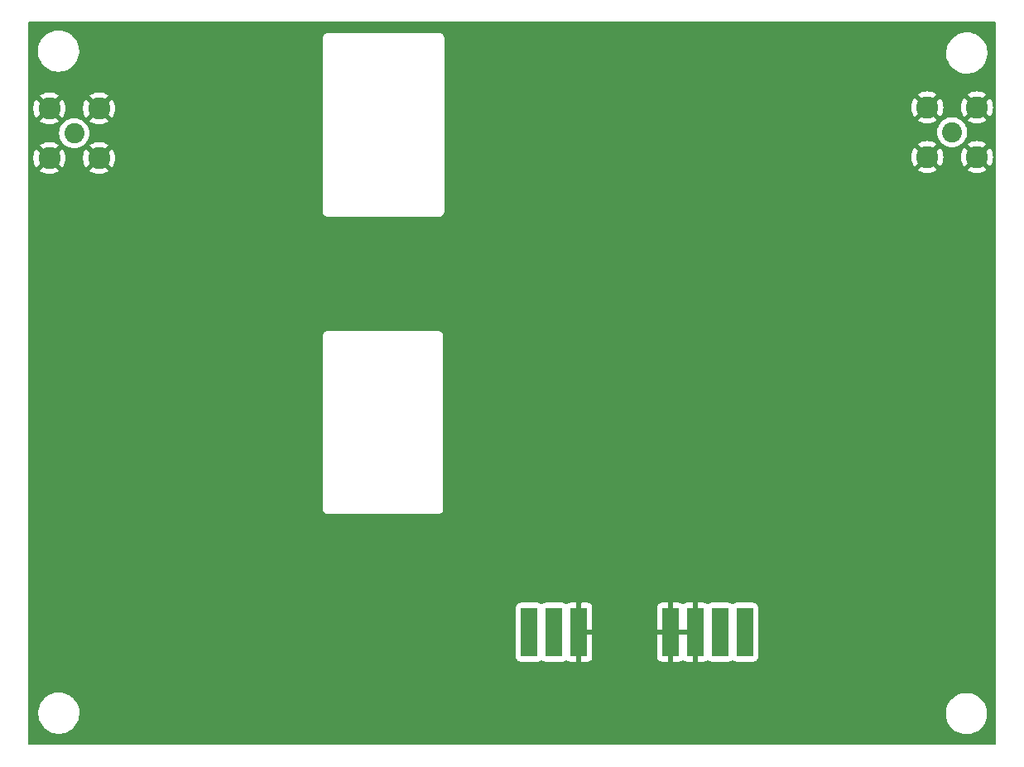
<source format=gbr>
%TF.GenerationSoftware,KiCad,Pcbnew,(6.0.1)*%
%TF.CreationDate,2022-01-26T11:25:13+01:00*%
%TF.ProjectId,MUNIN 100,4d554e49-4e20-4313-9030-2e6b69636164,0*%
%TF.SameCoordinates,Original*%
%TF.FileFunction,Copper,L2,Bot*%
%TF.FilePolarity,Positive*%
%FSLAX46Y46*%
G04 Gerber Fmt 4.6, Leading zero omitted, Abs format (unit mm)*
G04 Created by KiCad (PCBNEW (6.0.1)) date 2022-01-26 11:25:13*
%MOMM*%
%LPD*%
G01*
G04 APERTURE LIST*
%TA.AperFunction,ComponentPad*%
%ADD10C,2.050000*%
%TD*%
%TA.AperFunction,ComponentPad*%
%ADD11C,2.250000*%
%TD*%
%TA.AperFunction,ComponentPad*%
%ADD12R,1.700000X5.000000*%
%TD*%
%TA.AperFunction,ViaPad*%
%ADD13C,0.800000*%
%TD*%
G04 APERTURE END LIST*
D10*
%TO.P,J2,1,In*%
%TO.N,Net-(J2-Pad1)*%
X140700000Y-89300000D03*
D11*
%TO.P,J2,2,Ext*%
%TO.N,GND*%
X138160000Y-91840000D03*
X143240000Y-91840000D03*
X138160000Y-86760000D03*
X143240000Y-86760000D03*
%TD*%
D10*
%TO.P,J1,1,In*%
%TO.N,Net-(J1-Pad1)*%
X50900000Y-89400000D03*
D11*
%TO.P,J1,2,Ext*%
%TO.N,GND*%
X53440000Y-86860000D03*
X48360000Y-86860000D03*
X53440000Y-91940000D03*
X48360000Y-91940000D03*
%TD*%
D12*
%TO.P,J3,1,Pin_1*%
%TO.N,GND*%
X102525000Y-140462500D03*
%TO.P,J3,2,Pin_2*%
%TO.N,Net-(D1-Pad1)*%
X99985000Y-140462500D03*
%TO.P,J3,3,Pin_3*%
%TO.N,Net-(J3-Pad3)*%
X97445000Y-140462500D03*
%TD*%
%TO.P,J4,1,Pin_1*%
%TO.N,Net-(C21-Pad1)*%
X119500000Y-140462500D03*
%TO.P,J4,2,Pin_2*%
X116960000Y-140462500D03*
%TO.P,J4,3,Pin_3*%
%TO.N,GND*%
X114420000Y-140462500D03*
%TO.P,J4,4,Pin_4*%
X111880000Y-140462500D03*
%TD*%
D13*
%TO.N,GND*%
X113200000Y-125000000D03*
X113100000Y-121700000D03*
X109700000Y-124900000D03*
X109300000Y-121700000D03*
X114000000Y-123300000D03*
X129900000Y-125200000D03*
X132200000Y-125200000D03*
X143700000Y-129100000D03*
X143400000Y-139900000D03*
X136200000Y-137700000D03*
X136100000Y-131800000D03*
X140600000Y-139800000D03*
X136200000Y-134500000D03*
X140600000Y-129200000D03*
X63600000Y-145800000D03*
X137000000Y-108600000D03*
X140600000Y-105200000D03*
X63200000Y-106900000D03*
X57200000Y-147200000D03*
X122428000Y-142472000D03*
X58600000Y-121100000D03*
X94400000Y-139000000D03*
X68100000Y-128000000D03*
X48300000Y-105900000D03*
X63900000Y-138200000D03*
X63400000Y-124700000D03*
X82600000Y-100167500D03*
X121600000Y-131700000D03*
X82600000Y-102700000D03*
X82600000Y-98600000D03*
X144500000Y-108600000D03*
X111300000Y-121700000D03*
X111400000Y-125000000D03*
X65100000Y-112500000D03*
X67800000Y-126100000D03*
X96000000Y-126000000D03*
X96500000Y-131200000D03*
X82600000Y-108700000D03*
X124600000Y-144200000D03*
X67000000Y-124300000D03*
X66100000Y-121200000D03*
X63000000Y-101500000D03*
X109700000Y-128900000D03*
X56900000Y-145200000D03*
X82600000Y-104700000D03*
X82600000Y-107332500D03*
X140800000Y-111900000D03*
X108700000Y-123400000D03*
X95300000Y-130500000D03*
X112300000Y-129800000D03*
X57600000Y-111500000D03*
%TD*%
%TA.AperFunction,Conductor*%
%TO.N,GND*%
G36*
X145134121Y-78028002D02*
G01*
X145180614Y-78081658D01*
X145192000Y-78134000D01*
X145192000Y-151866000D01*
X145171998Y-151934121D01*
X145118342Y-151980614D01*
X145066000Y-151992000D01*
X46334000Y-151992000D01*
X46265879Y-151971998D01*
X46219386Y-151918342D01*
X46208000Y-151866000D01*
X46208000Y-148875103D01*
X47217543Y-148875103D01*
X47255068Y-149160134D01*
X47330929Y-149437436D01*
X47443723Y-149701876D01*
X47591361Y-149948561D01*
X47771113Y-150172928D01*
X47979651Y-150370823D01*
X48213117Y-150538586D01*
X48216912Y-150540595D01*
X48216913Y-150540596D01*
X48238669Y-150552115D01*
X48467192Y-150673112D01*
X48737173Y-150771911D01*
X49018064Y-150833155D01*
X49046641Y-150835404D01*
X49241082Y-150850707D01*
X49241091Y-150850707D01*
X49243539Y-150850900D01*
X49399071Y-150850900D01*
X49401207Y-150850754D01*
X49401218Y-150850754D01*
X49609348Y-150836565D01*
X49609354Y-150836564D01*
X49613625Y-150836273D01*
X49617820Y-150835404D01*
X49617822Y-150835404D01*
X49754383Y-150807124D01*
X49895142Y-150777974D01*
X50166143Y-150682007D01*
X50421612Y-150550150D01*
X50425113Y-150547689D01*
X50425117Y-150547687D01*
X50608685Y-150418673D01*
X50656823Y-150384841D01*
X50735203Y-150312006D01*
X50864279Y-150192061D01*
X50864281Y-150192058D01*
X50867422Y-150189140D01*
X51049513Y-149966668D01*
X51199727Y-149721542D01*
X51315283Y-149458298D01*
X51394044Y-149181806D01*
X51430464Y-148925903D01*
X140054543Y-148925903D01*
X140092068Y-149210934D01*
X140167929Y-149488236D01*
X140280723Y-149752676D01*
X140292493Y-149772342D01*
X140408795Y-149966668D01*
X140428361Y-149999361D01*
X140608113Y-150223728D01*
X140625197Y-150239940D01*
X140765757Y-150373326D01*
X140816651Y-150421623D01*
X141050117Y-150589386D01*
X141053912Y-150591395D01*
X141053913Y-150591396D01*
X141075669Y-150602915D01*
X141304192Y-150723912D01*
X141574173Y-150822711D01*
X141855064Y-150883955D01*
X141883641Y-150886204D01*
X142078082Y-150901507D01*
X142078091Y-150901507D01*
X142080539Y-150901700D01*
X142236071Y-150901700D01*
X142238207Y-150901554D01*
X142238218Y-150901554D01*
X142446348Y-150887365D01*
X142446354Y-150887364D01*
X142450625Y-150887073D01*
X142454820Y-150886204D01*
X142454822Y-150886204D01*
X142695930Y-150836273D01*
X142732142Y-150828774D01*
X143003143Y-150732807D01*
X143258612Y-150600950D01*
X143262113Y-150598489D01*
X143262117Y-150598487D01*
X143376218Y-150518295D01*
X143493823Y-150435641D01*
X143704422Y-150239940D01*
X143886513Y-150017468D01*
X144036727Y-149772342D01*
X144152283Y-149509098D01*
X144231044Y-149232606D01*
X144271551Y-148947984D01*
X144271645Y-148930151D01*
X144273035Y-148664783D01*
X144273035Y-148664776D01*
X144273057Y-148660497D01*
X144235532Y-148375466D01*
X144159671Y-148098164D01*
X144046877Y-147833724D01*
X143899239Y-147587039D01*
X143719487Y-147362672D01*
X143510949Y-147164777D01*
X143277483Y-146997014D01*
X143255643Y-146985450D01*
X143232454Y-146973172D01*
X143023408Y-146862488D01*
X142753427Y-146763689D01*
X142472536Y-146702445D01*
X142441485Y-146700001D01*
X142249518Y-146684893D01*
X142249509Y-146684893D01*
X142247061Y-146684700D01*
X142091529Y-146684700D01*
X142089393Y-146684846D01*
X142089382Y-146684846D01*
X141881252Y-146699035D01*
X141881246Y-146699036D01*
X141876975Y-146699327D01*
X141872780Y-146700196D01*
X141872778Y-146700196D01*
X141736216Y-146728477D01*
X141595458Y-146757626D01*
X141324457Y-146853593D01*
X141068988Y-146985450D01*
X141065487Y-146987911D01*
X141065483Y-146987913D01*
X141055394Y-146995004D01*
X140833777Y-147150759D01*
X140818692Y-147164777D01*
X140656803Y-147315214D01*
X140623178Y-147346460D01*
X140441087Y-147568932D01*
X140290873Y-147814058D01*
X140175317Y-148077302D01*
X140096556Y-148353794D01*
X140056049Y-148638416D01*
X140056027Y-148642705D01*
X140056026Y-148642712D01*
X140054693Y-148897184D01*
X140054543Y-148925903D01*
X51430464Y-148925903D01*
X51434551Y-148897184D01*
X51434645Y-148879351D01*
X51436035Y-148613983D01*
X51436035Y-148613976D01*
X51436057Y-148609697D01*
X51398532Y-148324666D01*
X51322671Y-148047364D01*
X51209877Y-147782924D01*
X51090639Y-147583692D01*
X51064443Y-147539921D01*
X51064440Y-147539917D01*
X51062239Y-147536239D01*
X50882487Y-147311872D01*
X50727481Y-147164777D01*
X50677058Y-147116927D01*
X50677055Y-147116925D01*
X50673949Y-147113977D01*
X50440483Y-146946214D01*
X50418643Y-146934650D01*
X50282352Y-146862488D01*
X50186408Y-146811688D01*
X49916427Y-146712889D01*
X49635536Y-146651645D01*
X49604485Y-146649201D01*
X49412518Y-146634093D01*
X49412509Y-146634093D01*
X49410061Y-146633900D01*
X49254529Y-146633900D01*
X49252393Y-146634046D01*
X49252382Y-146634046D01*
X49044252Y-146648235D01*
X49044246Y-146648236D01*
X49039975Y-146648527D01*
X49035780Y-146649396D01*
X49035778Y-146649396D01*
X48899216Y-146677677D01*
X48758458Y-146706826D01*
X48487457Y-146802793D01*
X48231988Y-146934650D01*
X48228487Y-146937111D01*
X48228483Y-146937113D01*
X48218394Y-146944204D01*
X47996777Y-147099959D01*
X47786178Y-147295660D01*
X47604087Y-147518132D01*
X47453873Y-147763258D01*
X47338317Y-148026502D01*
X47259556Y-148302994D01*
X47219049Y-148587616D01*
X47219027Y-148591905D01*
X47219026Y-148591912D01*
X47217565Y-148870817D01*
X47217543Y-148875103D01*
X46208000Y-148875103D01*
X46208000Y-143010634D01*
X96086500Y-143010634D01*
X96093255Y-143072816D01*
X96144385Y-143209205D01*
X96231739Y-143325761D01*
X96348295Y-143413115D01*
X96484684Y-143464245D01*
X96546866Y-143471000D01*
X98343134Y-143471000D01*
X98405316Y-143464245D01*
X98541705Y-143413115D01*
X98639436Y-143339870D01*
X98705941Y-143315022D01*
X98775324Y-143330075D01*
X98790562Y-143339868D01*
X98888295Y-143413115D01*
X99024684Y-143464245D01*
X99086866Y-143471000D01*
X100883134Y-143471000D01*
X100945316Y-143464245D01*
X101081705Y-143413115D01*
X101148677Y-143362922D01*
X101179852Y-143339558D01*
X101246358Y-143314710D01*
X101315741Y-143329763D01*
X101330982Y-143339558D01*
X101421351Y-143407286D01*
X101436946Y-143415824D01*
X101557394Y-143460978D01*
X101572649Y-143464605D01*
X101623514Y-143470131D01*
X101630328Y-143470500D01*
X102252885Y-143470500D01*
X102268124Y-143466025D01*
X102269329Y-143464635D01*
X102271000Y-143456952D01*
X102271000Y-143452384D01*
X102779000Y-143452384D01*
X102783475Y-143467623D01*
X102784865Y-143468828D01*
X102792548Y-143470499D01*
X103419669Y-143470499D01*
X103426490Y-143470129D01*
X103477352Y-143464605D01*
X103492604Y-143460979D01*
X103613054Y-143415824D01*
X103628649Y-143407286D01*
X103730724Y-143330785D01*
X103743285Y-143318224D01*
X103819786Y-143216149D01*
X103828324Y-143200554D01*
X103873478Y-143080106D01*
X103877105Y-143064851D01*
X103882631Y-143013986D01*
X103883000Y-143007172D01*
X103883000Y-143007169D01*
X110522001Y-143007169D01*
X110522371Y-143013990D01*
X110527895Y-143064852D01*
X110531521Y-143080104D01*
X110576676Y-143200554D01*
X110585214Y-143216149D01*
X110661715Y-143318224D01*
X110674276Y-143330785D01*
X110776351Y-143407286D01*
X110791946Y-143415824D01*
X110912394Y-143460978D01*
X110927649Y-143464605D01*
X110978514Y-143470131D01*
X110985328Y-143470500D01*
X111607885Y-143470500D01*
X111623124Y-143466025D01*
X111624329Y-143464635D01*
X111626000Y-143456952D01*
X111626000Y-143452384D01*
X112134000Y-143452384D01*
X112138475Y-143467623D01*
X112139865Y-143468828D01*
X112147548Y-143470499D01*
X112774669Y-143470499D01*
X112781490Y-143470129D01*
X112832352Y-143464605D01*
X112847604Y-143460979D01*
X112968054Y-143415824D01*
X112983644Y-143407289D01*
X113074435Y-143339245D01*
X113140942Y-143314398D01*
X113210324Y-143329451D01*
X113225565Y-143339245D01*
X113316356Y-143407289D01*
X113331946Y-143415824D01*
X113452394Y-143460978D01*
X113467649Y-143464605D01*
X113518514Y-143470131D01*
X113525328Y-143470500D01*
X114147885Y-143470500D01*
X114163124Y-143466025D01*
X114164329Y-143464635D01*
X114166000Y-143456952D01*
X114166000Y-143452384D01*
X114674000Y-143452384D01*
X114678475Y-143467623D01*
X114679865Y-143468828D01*
X114687548Y-143470499D01*
X115314669Y-143470499D01*
X115321490Y-143470129D01*
X115372352Y-143464605D01*
X115387604Y-143460979D01*
X115508054Y-143415824D01*
X115523649Y-143407286D01*
X115614018Y-143339558D01*
X115680525Y-143314710D01*
X115749907Y-143329763D01*
X115765148Y-143339558D01*
X115796323Y-143362922D01*
X115863295Y-143413115D01*
X115999684Y-143464245D01*
X116061866Y-143471000D01*
X117858134Y-143471000D01*
X117920316Y-143464245D01*
X118056705Y-143413115D01*
X118154436Y-143339870D01*
X118220941Y-143315022D01*
X118290324Y-143330075D01*
X118305562Y-143339868D01*
X118403295Y-143413115D01*
X118539684Y-143464245D01*
X118601866Y-143471000D01*
X120398134Y-143471000D01*
X120460316Y-143464245D01*
X120596705Y-143413115D01*
X120713261Y-143325761D01*
X120800615Y-143209205D01*
X120851745Y-143072816D01*
X120858500Y-143010634D01*
X120858500Y-137914366D01*
X120851745Y-137852184D01*
X120800615Y-137715795D01*
X120713261Y-137599239D01*
X120596705Y-137511885D01*
X120460316Y-137460755D01*
X120398134Y-137454000D01*
X118601866Y-137454000D01*
X118539684Y-137460755D01*
X118403295Y-137511885D01*
X118305565Y-137585130D01*
X118239059Y-137609978D01*
X118169676Y-137594925D01*
X118154435Y-137585130D01*
X118056705Y-137511885D01*
X117920316Y-137460755D01*
X117858134Y-137454000D01*
X116061866Y-137454000D01*
X115999684Y-137460755D01*
X115863295Y-137511885D01*
X115796323Y-137562078D01*
X115765148Y-137585442D01*
X115698642Y-137610290D01*
X115629259Y-137595237D01*
X115614018Y-137585442D01*
X115523649Y-137517714D01*
X115508054Y-137509176D01*
X115387606Y-137464022D01*
X115372351Y-137460395D01*
X115321486Y-137454869D01*
X115314672Y-137454500D01*
X114692115Y-137454500D01*
X114676876Y-137458975D01*
X114675671Y-137460365D01*
X114674000Y-137468048D01*
X114674000Y-143452384D01*
X114166000Y-143452384D01*
X114166000Y-140734615D01*
X114161525Y-140719376D01*
X114160135Y-140718171D01*
X114152452Y-140716500D01*
X112152115Y-140716500D01*
X112136876Y-140720975D01*
X112135671Y-140722365D01*
X112134000Y-140730048D01*
X112134000Y-143452384D01*
X111626000Y-143452384D01*
X111626000Y-140734615D01*
X111621525Y-140719376D01*
X111620135Y-140718171D01*
X111612452Y-140716500D01*
X110540116Y-140716500D01*
X110524877Y-140720975D01*
X110523672Y-140722365D01*
X110522001Y-140730048D01*
X110522001Y-143007169D01*
X103883000Y-143007169D01*
X103883000Y-140734615D01*
X103878525Y-140719376D01*
X103877135Y-140718171D01*
X103869452Y-140716500D01*
X102797115Y-140716500D01*
X102781876Y-140720975D01*
X102780671Y-140722365D01*
X102779000Y-140730048D01*
X102779000Y-143452384D01*
X102271000Y-143452384D01*
X102271000Y-140190385D01*
X102779000Y-140190385D01*
X102783475Y-140205624D01*
X102784865Y-140206829D01*
X102792548Y-140208500D01*
X103864884Y-140208500D01*
X103880123Y-140204025D01*
X103881328Y-140202635D01*
X103882999Y-140194952D01*
X103882999Y-140190385D01*
X110522000Y-140190385D01*
X110526475Y-140205624D01*
X110527865Y-140206829D01*
X110535548Y-140208500D01*
X111607885Y-140208500D01*
X111623124Y-140204025D01*
X111624329Y-140202635D01*
X111626000Y-140194952D01*
X111626000Y-140190385D01*
X112134000Y-140190385D01*
X112138475Y-140205624D01*
X112139865Y-140206829D01*
X112147548Y-140208500D01*
X114147885Y-140208500D01*
X114163124Y-140204025D01*
X114164329Y-140202635D01*
X114166000Y-140194952D01*
X114166000Y-137472616D01*
X114161525Y-137457377D01*
X114160135Y-137456172D01*
X114152452Y-137454501D01*
X113525331Y-137454501D01*
X113518510Y-137454871D01*
X113467648Y-137460395D01*
X113452396Y-137464021D01*
X113331946Y-137509176D01*
X113316356Y-137517711D01*
X113225565Y-137585755D01*
X113159058Y-137610602D01*
X113089676Y-137595549D01*
X113074435Y-137585755D01*
X112983644Y-137517711D01*
X112968054Y-137509176D01*
X112847606Y-137464022D01*
X112832351Y-137460395D01*
X112781486Y-137454869D01*
X112774672Y-137454500D01*
X112152115Y-137454500D01*
X112136876Y-137458975D01*
X112135671Y-137460365D01*
X112134000Y-137468048D01*
X112134000Y-140190385D01*
X111626000Y-140190385D01*
X111626000Y-137472616D01*
X111621525Y-137457377D01*
X111620135Y-137456172D01*
X111612452Y-137454501D01*
X110985331Y-137454501D01*
X110978510Y-137454871D01*
X110927648Y-137460395D01*
X110912396Y-137464021D01*
X110791946Y-137509176D01*
X110776351Y-137517714D01*
X110674276Y-137594215D01*
X110661715Y-137606776D01*
X110585214Y-137708851D01*
X110576676Y-137724446D01*
X110531522Y-137844894D01*
X110527895Y-137860149D01*
X110522369Y-137911014D01*
X110522000Y-137917828D01*
X110522000Y-140190385D01*
X103882999Y-140190385D01*
X103882999Y-137917831D01*
X103882629Y-137911010D01*
X103877105Y-137860148D01*
X103873479Y-137844896D01*
X103828324Y-137724446D01*
X103819786Y-137708851D01*
X103743285Y-137606776D01*
X103730724Y-137594215D01*
X103628649Y-137517714D01*
X103613054Y-137509176D01*
X103492606Y-137464022D01*
X103477351Y-137460395D01*
X103426486Y-137454869D01*
X103419672Y-137454500D01*
X102797115Y-137454500D01*
X102781876Y-137458975D01*
X102780671Y-137460365D01*
X102779000Y-137468048D01*
X102779000Y-140190385D01*
X102271000Y-140190385D01*
X102271000Y-137472616D01*
X102266525Y-137457377D01*
X102265135Y-137456172D01*
X102257452Y-137454501D01*
X101630331Y-137454501D01*
X101623510Y-137454871D01*
X101572648Y-137460395D01*
X101557396Y-137464021D01*
X101436946Y-137509176D01*
X101421351Y-137517714D01*
X101330982Y-137585442D01*
X101264475Y-137610290D01*
X101195093Y-137595237D01*
X101179852Y-137585442D01*
X101148677Y-137562078D01*
X101081705Y-137511885D01*
X100945316Y-137460755D01*
X100883134Y-137454000D01*
X99086866Y-137454000D01*
X99024684Y-137460755D01*
X98888295Y-137511885D01*
X98790565Y-137585130D01*
X98724059Y-137609978D01*
X98654676Y-137594925D01*
X98639435Y-137585130D01*
X98541705Y-137511885D01*
X98405316Y-137460755D01*
X98343134Y-137454000D01*
X96546866Y-137454000D01*
X96484684Y-137460755D01*
X96348295Y-137511885D01*
X96231739Y-137599239D01*
X96144385Y-137715795D01*
X96093255Y-137852184D01*
X96086500Y-137914366D01*
X96086500Y-143010634D01*
X46208000Y-143010634D01*
X46208000Y-127933252D01*
X76326524Y-127933252D01*
X76328990Y-127941881D01*
X76328991Y-127941886D01*
X76334639Y-127961648D01*
X76338217Y-127978409D01*
X76341130Y-127998752D01*
X76341133Y-127998762D01*
X76342405Y-128007645D01*
X76353021Y-128030995D01*
X76359464Y-128048507D01*
X76366512Y-128073165D01*
X76382274Y-128098148D01*
X76390404Y-128113214D01*
X76402633Y-128140110D01*
X76419374Y-128159539D01*
X76430479Y-128174547D01*
X76444160Y-128196231D01*
X76450888Y-128202173D01*
X76466296Y-128215781D01*
X76478340Y-128227973D01*
X76497619Y-128250347D01*
X76505147Y-128255226D01*
X76505150Y-128255229D01*
X76519139Y-128264296D01*
X76534013Y-128275586D01*
X76553228Y-128292556D01*
X76561354Y-128296371D01*
X76561355Y-128296372D01*
X76567021Y-128299032D01*
X76579966Y-128305110D01*
X76594935Y-128313424D01*
X76619727Y-128329493D01*
X76636650Y-128334554D01*
X76644290Y-128336839D01*
X76661736Y-128343501D01*
X76684948Y-128354399D01*
X76714130Y-128358943D01*
X76730849Y-128362726D01*
X76750536Y-128368614D01*
X76750539Y-128368615D01*
X76759141Y-128371187D01*
X76768116Y-128371242D01*
X76768117Y-128371242D01*
X76774810Y-128371283D01*
X76793556Y-128371397D01*
X76794328Y-128371430D01*
X76795423Y-128371600D01*
X76826298Y-128371600D01*
X76827068Y-128371602D01*
X76900716Y-128372052D01*
X76900717Y-128372052D01*
X76904652Y-128372076D01*
X76905996Y-128371692D01*
X76907341Y-128371600D01*
X88129298Y-128371600D01*
X88130069Y-128371602D01*
X88207652Y-128372076D01*
X88216281Y-128369610D01*
X88216286Y-128369609D01*
X88236048Y-128363961D01*
X88252809Y-128360383D01*
X88273152Y-128357470D01*
X88273162Y-128357467D01*
X88282045Y-128356195D01*
X88305395Y-128345579D01*
X88322907Y-128339136D01*
X88338937Y-128334554D01*
X88347565Y-128332088D01*
X88372548Y-128316326D01*
X88387614Y-128308196D01*
X88414510Y-128295967D01*
X88433939Y-128279226D01*
X88448947Y-128268121D01*
X88463039Y-128259230D01*
X88470631Y-128254440D01*
X88490182Y-128232303D01*
X88502374Y-128220259D01*
X88517949Y-128206839D01*
X88517950Y-128206837D01*
X88524747Y-128200981D01*
X88529626Y-128193453D01*
X88529629Y-128193450D01*
X88538696Y-128179461D01*
X88549986Y-128164587D01*
X88561012Y-128152102D01*
X88566956Y-128145372D01*
X88579510Y-128118634D01*
X88587824Y-128103665D01*
X88603893Y-128078873D01*
X88611239Y-128054309D01*
X88617901Y-128036864D01*
X88624983Y-128021779D01*
X88628799Y-128013652D01*
X88633343Y-127984470D01*
X88637126Y-127967751D01*
X88643014Y-127948064D01*
X88643015Y-127948061D01*
X88645587Y-127939459D01*
X88645797Y-127905044D01*
X88645830Y-127904272D01*
X88646000Y-127903177D01*
X88646000Y-127872302D01*
X88646002Y-127871532D01*
X88646452Y-127797884D01*
X88646452Y-127797883D01*
X88646476Y-127793948D01*
X88646092Y-127792604D01*
X88646000Y-127791259D01*
X88646000Y-110168502D01*
X88646002Y-110167732D01*
X88646421Y-110099122D01*
X88646476Y-110090148D01*
X88644010Y-110081519D01*
X88644009Y-110081514D01*
X88638361Y-110061752D01*
X88634783Y-110044991D01*
X88631870Y-110024648D01*
X88631867Y-110024638D01*
X88630595Y-110015755D01*
X88619979Y-109992405D01*
X88613536Y-109974893D01*
X88608954Y-109958863D01*
X88606488Y-109950235D01*
X88590726Y-109925252D01*
X88582596Y-109910186D01*
X88570367Y-109883290D01*
X88553626Y-109863861D01*
X88542521Y-109848853D01*
X88533630Y-109834761D01*
X88528840Y-109827169D01*
X88506703Y-109807618D01*
X88494659Y-109795426D01*
X88481239Y-109779851D01*
X88481237Y-109779850D01*
X88475381Y-109773053D01*
X88467853Y-109768174D01*
X88467850Y-109768171D01*
X88453861Y-109759104D01*
X88438987Y-109747814D01*
X88426502Y-109736788D01*
X88419772Y-109730844D01*
X88411646Y-109727029D01*
X88411645Y-109727028D01*
X88405979Y-109724368D01*
X88393034Y-109718290D01*
X88378065Y-109709976D01*
X88353273Y-109693907D01*
X88328709Y-109686561D01*
X88311264Y-109679899D01*
X88306827Y-109677816D01*
X88288052Y-109669001D01*
X88258870Y-109664457D01*
X88242151Y-109660674D01*
X88222464Y-109654786D01*
X88222461Y-109654785D01*
X88213859Y-109652213D01*
X88204884Y-109652158D01*
X88204883Y-109652158D01*
X88198190Y-109652117D01*
X88179444Y-109652003D01*
X88178672Y-109651970D01*
X88177577Y-109651800D01*
X88146702Y-109651800D01*
X88145932Y-109651798D01*
X88072284Y-109651348D01*
X88072283Y-109651348D01*
X88068348Y-109651324D01*
X88067004Y-109651708D01*
X88065659Y-109651800D01*
X76843702Y-109651800D01*
X76842932Y-109651798D01*
X76842078Y-109651793D01*
X76765348Y-109651324D01*
X76756719Y-109653790D01*
X76756714Y-109653791D01*
X76736952Y-109659439D01*
X76720191Y-109663017D01*
X76699848Y-109665930D01*
X76699838Y-109665933D01*
X76690955Y-109667205D01*
X76667605Y-109677821D01*
X76650093Y-109684264D01*
X76642057Y-109686561D01*
X76625435Y-109691312D01*
X76600452Y-109707074D01*
X76585386Y-109715204D01*
X76558490Y-109727433D01*
X76539061Y-109744174D01*
X76524053Y-109755279D01*
X76502369Y-109768960D01*
X76496427Y-109775688D01*
X76482819Y-109791096D01*
X76470627Y-109803140D01*
X76448253Y-109822419D01*
X76443374Y-109829947D01*
X76443371Y-109829950D01*
X76434304Y-109843939D01*
X76423014Y-109858813D01*
X76406044Y-109878028D01*
X76393490Y-109904766D01*
X76385176Y-109919735D01*
X76369107Y-109944527D01*
X76366535Y-109953127D01*
X76361761Y-109969090D01*
X76355099Y-109986536D01*
X76344201Y-110009748D01*
X76339658Y-110038928D01*
X76335874Y-110055649D01*
X76329986Y-110075336D01*
X76329985Y-110075339D01*
X76327413Y-110083941D01*
X76327358Y-110092916D01*
X76327358Y-110092917D01*
X76327203Y-110118346D01*
X76327170Y-110119128D01*
X76327000Y-110120223D01*
X76327000Y-110151098D01*
X76326998Y-110151868D01*
X76326524Y-110229452D01*
X76326908Y-110230796D01*
X76327000Y-110232141D01*
X76327000Y-127854898D01*
X76326998Y-127855668D01*
X76326524Y-127933252D01*
X46208000Y-127933252D01*
X46208000Y-97504052D01*
X76326524Y-97504052D01*
X76328990Y-97512681D01*
X76328991Y-97512686D01*
X76334639Y-97532448D01*
X76338217Y-97549209D01*
X76341130Y-97569552D01*
X76341133Y-97569562D01*
X76342405Y-97578445D01*
X76353021Y-97601795D01*
X76359464Y-97619307D01*
X76366512Y-97643965D01*
X76382274Y-97668948D01*
X76390404Y-97684014D01*
X76402633Y-97710910D01*
X76419374Y-97730339D01*
X76430479Y-97745347D01*
X76444160Y-97767031D01*
X76450888Y-97772973D01*
X76466296Y-97786581D01*
X76478340Y-97798773D01*
X76497619Y-97821147D01*
X76505147Y-97826026D01*
X76505150Y-97826029D01*
X76519139Y-97835096D01*
X76534013Y-97846386D01*
X76553228Y-97863356D01*
X76561354Y-97867171D01*
X76561355Y-97867172D01*
X76567021Y-97869832D01*
X76579966Y-97875910D01*
X76594935Y-97884224D01*
X76619727Y-97900293D01*
X76636650Y-97905354D01*
X76644290Y-97907639D01*
X76661736Y-97914301D01*
X76684948Y-97925199D01*
X76714130Y-97929743D01*
X76730849Y-97933526D01*
X76750536Y-97939414D01*
X76750539Y-97939415D01*
X76759141Y-97941987D01*
X76768116Y-97942042D01*
X76768117Y-97942042D01*
X76774810Y-97942083D01*
X76793556Y-97942197D01*
X76794328Y-97942230D01*
X76795423Y-97942400D01*
X76826298Y-97942400D01*
X76827068Y-97942402D01*
X76900716Y-97942852D01*
X76900717Y-97942852D01*
X76904652Y-97942876D01*
X76905996Y-97942492D01*
X76907341Y-97942400D01*
X88230898Y-97942400D01*
X88231669Y-97942402D01*
X88309252Y-97942876D01*
X88317881Y-97940410D01*
X88317886Y-97940409D01*
X88337648Y-97934761D01*
X88354409Y-97931183D01*
X88374752Y-97928270D01*
X88374762Y-97928267D01*
X88383645Y-97926995D01*
X88406995Y-97916379D01*
X88424507Y-97909936D01*
X88440537Y-97905354D01*
X88449165Y-97902888D01*
X88474148Y-97887126D01*
X88489214Y-97878996D01*
X88516110Y-97866767D01*
X88535539Y-97850026D01*
X88550547Y-97838921D01*
X88564639Y-97830030D01*
X88572231Y-97825240D01*
X88591782Y-97803103D01*
X88603974Y-97791059D01*
X88619549Y-97777639D01*
X88619550Y-97777637D01*
X88626347Y-97771781D01*
X88631226Y-97764253D01*
X88631229Y-97764250D01*
X88640296Y-97750261D01*
X88651586Y-97735387D01*
X88662612Y-97722902D01*
X88668556Y-97716172D01*
X88681110Y-97689434D01*
X88689424Y-97674465D01*
X88705493Y-97649673D01*
X88712839Y-97625109D01*
X88719501Y-97607664D01*
X88726583Y-97592579D01*
X88730399Y-97584452D01*
X88734943Y-97555270D01*
X88738726Y-97538551D01*
X88744614Y-97518864D01*
X88744615Y-97518861D01*
X88747187Y-97510259D01*
X88747397Y-97475844D01*
X88747430Y-97475072D01*
X88747600Y-97473977D01*
X88747600Y-97443102D01*
X88747602Y-97442332D01*
X88748052Y-97368684D01*
X88748052Y-97368683D01*
X88748076Y-97364748D01*
X88747692Y-97363404D01*
X88747600Y-97362059D01*
X88747600Y-93164471D01*
X137200884Y-93164471D01*
X137204570Y-93169740D01*
X137412121Y-93296927D01*
X137420915Y-93301408D01*
X137649242Y-93395984D01*
X137658627Y-93399033D01*
X137898940Y-93456728D01*
X137908687Y-93458271D01*
X138155070Y-93477662D01*
X138164930Y-93477662D01*
X138411313Y-93458271D01*
X138421060Y-93456728D01*
X138661373Y-93399033D01*
X138670758Y-93395984D01*
X138899085Y-93301408D01*
X138907879Y-93296927D01*
X139113928Y-93170660D01*
X139117968Y-93164471D01*
X142280884Y-93164471D01*
X142284570Y-93169740D01*
X142492121Y-93296927D01*
X142500915Y-93301408D01*
X142729242Y-93395984D01*
X142738627Y-93399033D01*
X142978940Y-93456728D01*
X142988687Y-93458271D01*
X143235070Y-93477662D01*
X143244930Y-93477662D01*
X143491313Y-93458271D01*
X143501060Y-93456728D01*
X143741373Y-93399033D01*
X143750758Y-93395984D01*
X143979085Y-93301408D01*
X143987879Y-93296927D01*
X144193928Y-93170660D01*
X144199190Y-93162599D01*
X144193183Y-93152393D01*
X143252812Y-92212022D01*
X143238868Y-92204408D01*
X143237035Y-92204539D01*
X143230420Y-92208790D01*
X142288276Y-93150934D01*
X142280884Y-93164471D01*
X139117968Y-93164471D01*
X139119190Y-93162599D01*
X139113183Y-93152393D01*
X138172812Y-92212022D01*
X138158868Y-92204408D01*
X138157035Y-92204539D01*
X138150420Y-92208790D01*
X137208276Y-93150934D01*
X137200884Y-93164471D01*
X88747600Y-93164471D01*
X88747600Y-91844930D01*
X136522338Y-91844930D01*
X136541729Y-92091313D01*
X136543272Y-92101060D01*
X136600967Y-92341373D01*
X136604016Y-92350758D01*
X136698592Y-92579085D01*
X136703073Y-92587879D01*
X136829340Y-92793928D01*
X136837401Y-92799190D01*
X136847607Y-92793183D01*
X137787978Y-91852812D01*
X137794356Y-91841132D01*
X138524408Y-91841132D01*
X138524539Y-91842965D01*
X138528790Y-91849580D01*
X139470934Y-92791724D01*
X139484471Y-92799116D01*
X139489740Y-92795430D01*
X139616927Y-92587879D01*
X139621408Y-92579085D01*
X139715984Y-92350758D01*
X139719033Y-92341373D01*
X139776728Y-92101060D01*
X139778271Y-92091313D01*
X139797662Y-91844930D01*
X141602338Y-91844930D01*
X141621729Y-92091313D01*
X141623272Y-92101060D01*
X141680967Y-92341373D01*
X141684016Y-92350758D01*
X141778592Y-92579085D01*
X141783073Y-92587879D01*
X141909340Y-92793928D01*
X141917401Y-92799190D01*
X141927607Y-92793183D01*
X142867978Y-91852812D01*
X142874356Y-91841132D01*
X143604408Y-91841132D01*
X143604539Y-91842965D01*
X143608790Y-91849580D01*
X144550934Y-92791724D01*
X144564471Y-92799116D01*
X144569740Y-92795430D01*
X144696927Y-92587879D01*
X144701408Y-92579085D01*
X144795984Y-92350758D01*
X144799033Y-92341373D01*
X144856728Y-92101060D01*
X144858271Y-92091313D01*
X144877662Y-91844930D01*
X144877662Y-91835070D01*
X144858271Y-91588687D01*
X144856728Y-91578940D01*
X144799033Y-91338627D01*
X144795984Y-91329242D01*
X144701408Y-91100915D01*
X144696927Y-91092121D01*
X144570660Y-90886072D01*
X144562599Y-90880810D01*
X144552393Y-90886817D01*
X143612022Y-91827188D01*
X143604408Y-91841132D01*
X142874356Y-91841132D01*
X142875592Y-91838868D01*
X142875461Y-91837035D01*
X142871210Y-91830420D01*
X141929066Y-90888276D01*
X141915529Y-90880884D01*
X141910260Y-90884570D01*
X141783073Y-91092121D01*
X141778592Y-91100915D01*
X141684016Y-91329242D01*
X141680967Y-91338627D01*
X141623272Y-91578940D01*
X141621729Y-91588687D01*
X141602338Y-91835070D01*
X141602338Y-91844930D01*
X139797662Y-91844930D01*
X139797662Y-91835070D01*
X139778271Y-91588687D01*
X139776728Y-91578940D01*
X139719033Y-91338627D01*
X139715984Y-91329242D01*
X139621408Y-91100915D01*
X139616927Y-91092121D01*
X139490660Y-90886072D01*
X139482599Y-90880810D01*
X139472393Y-90886817D01*
X138532022Y-91827188D01*
X138524408Y-91841132D01*
X137794356Y-91841132D01*
X137795592Y-91838868D01*
X137795461Y-91837035D01*
X137791210Y-91830420D01*
X136849066Y-90888276D01*
X136835529Y-90880884D01*
X136830260Y-90884570D01*
X136703073Y-91092121D01*
X136698592Y-91100915D01*
X136604016Y-91329242D01*
X136600967Y-91338627D01*
X136543272Y-91578940D01*
X136541729Y-91588687D01*
X136522338Y-91835070D01*
X136522338Y-91844930D01*
X88747600Y-91844930D01*
X88747600Y-90517401D01*
X137200810Y-90517401D01*
X137206817Y-90527607D01*
X138147188Y-91467978D01*
X138161132Y-91475592D01*
X138162965Y-91475461D01*
X138169580Y-91471210D01*
X139111724Y-90529066D01*
X139119116Y-90515529D01*
X139115430Y-90510260D01*
X138907879Y-90383073D01*
X138899085Y-90378592D01*
X138670758Y-90284016D01*
X138661373Y-90280967D01*
X138421060Y-90223272D01*
X138411313Y-90221729D01*
X138164930Y-90202338D01*
X138155070Y-90202338D01*
X137908687Y-90221729D01*
X137898940Y-90223272D01*
X137658627Y-90280967D01*
X137649242Y-90284016D01*
X137420915Y-90378592D01*
X137412121Y-90383073D01*
X137206072Y-90509340D01*
X137200810Y-90517401D01*
X88747600Y-90517401D01*
X88747600Y-89300000D01*
X139161758Y-89300000D01*
X139180696Y-89540634D01*
X139181850Y-89545441D01*
X139181851Y-89545447D01*
X139217267Y-89692961D01*
X139237045Y-89775343D01*
X139329416Y-89998347D01*
X139455536Y-90204156D01*
X139612299Y-90387701D01*
X139795844Y-90544464D01*
X140001653Y-90670584D01*
X140006223Y-90672477D01*
X140006227Y-90672479D01*
X140220084Y-90761061D01*
X140224657Y-90762955D01*
X140307039Y-90782733D01*
X140454553Y-90818149D01*
X140454559Y-90818150D01*
X140459366Y-90819304D01*
X140700000Y-90838242D01*
X140940634Y-90819304D01*
X140945441Y-90818150D01*
X140945447Y-90818149D01*
X141092961Y-90782733D01*
X141175343Y-90762955D01*
X141179916Y-90761061D01*
X141393773Y-90672479D01*
X141393777Y-90672477D01*
X141398347Y-90670584D01*
X141604156Y-90544464D01*
X141635843Y-90517401D01*
X142280810Y-90517401D01*
X142286817Y-90527607D01*
X143227188Y-91467978D01*
X143241132Y-91475592D01*
X143242965Y-91475461D01*
X143249580Y-91471210D01*
X144191724Y-90529066D01*
X144199116Y-90515529D01*
X144195430Y-90510260D01*
X143987879Y-90383073D01*
X143979085Y-90378592D01*
X143750758Y-90284016D01*
X143741373Y-90280967D01*
X143501060Y-90223272D01*
X143491313Y-90221729D01*
X143244930Y-90202338D01*
X143235070Y-90202338D01*
X142988687Y-90221729D01*
X142978940Y-90223272D01*
X142738627Y-90280967D01*
X142729242Y-90284016D01*
X142500915Y-90378592D01*
X142492121Y-90383073D01*
X142286072Y-90509340D01*
X142280810Y-90517401D01*
X141635843Y-90517401D01*
X141787701Y-90387701D01*
X141944464Y-90204156D01*
X142070584Y-89998347D01*
X142162955Y-89775343D01*
X142182733Y-89692961D01*
X142218149Y-89545447D01*
X142218150Y-89545441D01*
X142219304Y-89540634D01*
X142238242Y-89300000D01*
X142219304Y-89059366D01*
X142218150Y-89054559D01*
X142218149Y-89054553D01*
X142164110Y-88829469D01*
X142162955Y-88824657D01*
X142113900Y-88706227D01*
X142072479Y-88606227D01*
X142072477Y-88606223D01*
X142070584Y-88601653D01*
X141944464Y-88395844D01*
X141787701Y-88212299D01*
X141638034Y-88084471D01*
X142280884Y-88084471D01*
X142284570Y-88089740D01*
X142492121Y-88216927D01*
X142500915Y-88221408D01*
X142729242Y-88315984D01*
X142738627Y-88319033D01*
X142978940Y-88376728D01*
X142988687Y-88378271D01*
X143235070Y-88397662D01*
X143244930Y-88397662D01*
X143491313Y-88378271D01*
X143501060Y-88376728D01*
X143741373Y-88319033D01*
X143750758Y-88315984D01*
X143979085Y-88221408D01*
X143987879Y-88216927D01*
X144193928Y-88090660D01*
X144199190Y-88082599D01*
X144193183Y-88072393D01*
X143252812Y-87132022D01*
X143238868Y-87124408D01*
X143237035Y-87124539D01*
X143230420Y-87128790D01*
X142288276Y-88070934D01*
X142280884Y-88084471D01*
X141638034Y-88084471D01*
X141604156Y-88055536D01*
X141398347Y-87929416D01*
X141393777Y-87927523D01*
X141393773Y-87927521D01*
X141179916Y-87838939D01*
X141179914Y-87838938D01*
X141175343Y-87837045D01*
X141085311Y-87815430D01*
X140945447Y-87781851D01*
X140945441Y-87781850D01*
X140940634Y-87780696D01*
X140700000Y-87761758D01*
X140459366Y-87780696D01*
X140454559Y-87781850D01*
X140454553Y-87781851D01*
X140314689Y-87815430D01*
X140224657Y-87837045D01*
X140220086Y-87838938D01*
X140220084Y-87838939D01*
X140006227Y-87927521D01*
X140006223Y-87927523D01*
X140001653Y-87929416D01*
X139795844Y-88055536D01*
X139612299Y-88212299D01*
X139455536Y-88395844D01*
X139329416Y-88601653D01*
X139327523Y-88606223D01*
X139327521Y-88606227D01*
X139286100Y-88706227D01*
X139237045Y-88824657D01*
X139235890Y-88829469D01*
X139181851Y-89054553D01*
X139181850Y-89054559D01*
X139180696Y-89059366D01*
X139161758Y-89300000D01*
X88747600Y-89300000D01*
X88747600Y-88084471D01*
X137200884Y-88084471D01*
X137204570Y-88089740D01*
X137412121Y-88216927D01*
X137420915Y-88221408D01*
X137649242Y-88315984D01*
X137658627Y-88319033D01*
X137898940Y-88376728D01*
X137908687Y-88378271D01*
X138155070Y-88397662D01*
X138164930Y-88397662D01*
X138411313Y-88378271D01*
X138421060Y-88376728D01*
X138661373Y-88319033D01*
X138670758Y-88315984D01*
X138899085Y-88221408D01*
X138907879Y-88216927D01*
X139113928Y-88090660D01*
X139119190Y-88082599D01*
X139113183Y-88072393D01*
X138172812Y-87132022D01*
X138158868Y-87124408D01*
X138157035Y-87124539D01*
X138150420Y-87128790D01*
X137208276Y-88070934D01*
X137200884Y-88084471D01*
X88747600Y-88084471D01*
X88747600Y-86764930D01*
X136522338Y-86764930D01*
X136541729Y-87011313D01*
X136543272Y-87021060D01*
X136600967Y-87261373D01*
X136604016Y-87270758D01*
X136698592Y-87499085D01*
X136703073Y-87507879D01*
X136829340Y-87713928D01*
X136837401Y-87719190D01*
X136847607Y-87713183D01*
X137787978Y-86772812D01*
X137794356Y-86761132D01*
X138524408Y-86761132D01*
X138524539Y-86762965D01*
X138528790Y-86769580D01*
X139470934Y-87711724D01*
X139484471Y-87719116D01*
X139489740Y-87715430D01*
X139616927Y-87507879D01*
X139621408Y-87499085D01*
X139715984Y-87270758D01*
X139719033Y-87261373D01*
X139776728Y-87021060D01*
X139778271Y-87011313D01*
X139797662Y-86764930D01*
X141602338Y-86764930D01*
X141621729Y-87011313D01*
X141623272Y-87021060D01*
X141680967Y-87261373D01*
X141684016Y-87270758D01*
X141778592Y-87499085D01*
X141783073Y-87507879D01*
X141909340Y-87713928D01*
X141917401Y-87719190D01*
X141927607Y-87713183D01*
X142867978Y-86772812D01*
X142874356Y-86761132D01*
X143604408Y-86761132D01*
X143604539Y-86762965D01*
X143608790Y-86769580D01*
X144550934Y-87711724D01*
X144564471Y-87719116D01*
X144569740Y-87715430D01*
X144696927Y-87507879D01*
X144701408Y-87499085D01*
X144795984Y-87270758D01*
X144799033Y-87261373D01*
X144856728Y-87021060D01*
X144858271Y-87011313D01*
X144877662Y-86764930D01*
X144877662Y-86755070D01*
X144858271Y-86508687D01*
X144856728Y-86498940D01*
X144799033Y-86258627D01*
X144795984Y-86249242D01*
X144701408Y-86020915D01*
X144696927Y-86012121D01*
X144570660Y-85806072D01*
X144562599Y-85800810D01*
X144552393Y-85806817D01*
X143612022Y-86747188D01*
X143604408Y-86761132D01*
X142874356Y-86761132D01*
X142875592Y-86758868D01*
X142875461Y-86757035D01*
X142871210Y-86750420D01*
X141929066Y-85808276D01*
X141915529Y-85800884D01*
X141910260Y-85804570D01*
X141783073Y-86012121D01*
X141778592Y-86020915D01*
X141684016Y-86249242D01*
X141680967Y-86258627D01*
X141623272Y-86498940D01*
X141621729Y-86508687D01*
X141602338Y-86755070D01*
X141602338Y-86764930D01*
X139797662Y-86764930D01*
X139797662Y-86755070D01*
X139778271Y-86508687D01*
X139776728Y-86498940D01*
X139719033Y-86258627D01*
X139715984Y-86249242D01*
X139621408Y-86020915D01*
X139616927Y-86012121D01*
X139490660Y-85806072D01*
X139482599Y-85800810D01*
X139472393Y-85806817D01*
X138532022Y-86747188D01*
X138524408Y-86761132D01*
X137794356Y-86761132D01*
X137795592Y-86758868D01*
X137795461Y-86757035D01*
X137791210Y-86750420D01*
X136849066Y-85808276D01*
X136835529Y-85800884D01*
X136830260Y-85804570D01*
X136703073Y-86012121D01*
X136698592Y-86020915D01*
X136604016Y-86249242D01*
X136600967Y-86258627D01*
X136543272Y-86498940D01*
X136541729Y-86508687D01*
X136522338Y-86755070D01*
X136522338Y-86764930D01*
X88747600Y-86764930D01*
X88747600Y-85437401D01*
X137200810Y-85437401D01*
X137206817Y-85447607D01*
X138147188Y-86387978D01*
X138161132Y-86395592D01*
X138162965Y-86395461D01*
X138169580Y-86391210D01*
X139111724Y-85449066D01*
X139118094Y-85437401D01*
X142280810Y-85437401D01*
X142286817Y-85447607D01*
X143227188Y-86387978D01*
X143241132Y-86395592D01*
X143242965Y-86395461D01*
X143249580Y-86391210D01*
X144191724Y-85449066D01*
X144199116Y-85435529D01*
X144195430Y-85430260D01*
X143987879Y-85303073D01*
X143979085Y-85298592D01*
X143750758Y-85204016D01*
X143741373Y-85200967D01*
X143501060Y-85143272D01*
X143491313Y-85141729D01*
X143244930Y-85122338D01*
X143235070Y-85122338D01*
X142988687Y-85141729D01*
X142978940Y-85143272D01*
X142738627Y-85200967D01*
X142729242Y-85204016D01*
X142500915Y-85298592D01*
X142492121Y-85303073D01*
X142286072Y-85429340D01*
X142280810Y-85437401D01*
X139118094Y-85437401D01*
X139119116Y-85435529D01*
X139115430Y-85430260D01*
X138907879Y-85303073D01*
X138899085Y-85298592D01*
X138670758Y-85204016D01*
X138661373Y-85200967D01*
X138421060Y-85143272D01*
X138411313Y-85141729D01*
X138164930Y-85122338D01*
X138155070Y-85122338D01*
X137908687Y-85141729D01*
X137898940Y-85143272D01*
X137658627Y-85200967D01*
X137649242Y-85204016D01*
X137420915Y-85298592D01*
X137412121Y-85303073D01*
X137206072Y-85429340D01*
X137200810Y-85437401D01*
X88747600Y-85437401D01*
X88747600Y-81332703D01*
X140090743Y-81332703D01*
X140091302Y-81336947D01*
X140091302Y-81336951D01*
X140102483Y-81421876D01*
X140128268Y-81617734D01*
X140204129Y-81895036D01*
X140316923Y-82159476D01*
X140464561Y-82406161D01*
X140644313Y-82630528D01*
X140661397Y-82646740D01*
X140828471Y-82805287D01*
X140852851Y-82828423D01*
X141086317Y-82996186D01*
X141090112Y-82998195D01*
X141090113Y-82998196D01*
X141111869Y-83009715D01*
X141340392Y-83130712D01*
X141610373Y-83229511D01*
X141891264Y-83290755D01*
X141919841Y-83293004D01*
X142114282Y-83308307D01*
X142114291Y-83308307D01*
X142116739Y-83308500D01*
X142272271Y-83308500D01*
X142274407Y-83308354D01*
X142274418Y-83308354D01*
X142482548Y-83294165D01*
X142482554Y-83294164D01*
X142486825Y-83293873D01*
X142491020Y-83293004D01*
X142491022Y-83293004D01*
X142627583Y-83264724D01*
X142768342Y-83235574D01*
X143039343Y-83139607D01*
X143240904Y-83035574D01*
X143291005Y-83009715D01*
X143291006Y-83009715D01*
X143294812Y-83007750D01*
X143298313Y-83005289D01*
X143298317Y-83005287D01*
X143417245Y-82921703D01*
X143530023Y-82842441D01*
X143740622Y-82646740D01*
X143922713Y-82424268D01*
X144072927Y-82179142D01*
X144188483Y-81915898D01*
X144267244Y-81639406D01*
X144307751Y-81354784D01*
X144307845Y-81336951D01*
X144309235Y-81071583D01*
X144309235Y-81071576D01*
X144309257Y-81067297D01*
X144271732Y-80782266D01*
X144195871Y-80504964D01*
X144108879Y-80301016D01*
X144084763Y-80244476D01*
X144084761Y-80244472D01*
X144083077Y-80240524D01*
X143965745Y-80044476D01*
X143937643Y-79997521D01*
X143937640Y-79997517D01*
X143935439Y-79993839D01*
X143755687Y-79769472D01*
X143590712Y-79612917D01*
X143550258Y-79574527D01*
X143550255Y-79574525D01*
X143547149Y-79571577D01*
X143313683Y-79403814D01*
X143291843Y-79392250D01*
X143266464Y-79378813D01*
X143059608Y-79269288D01*
X142901181Y-79211312D01*
X142793658Y-79171964D01*
X142793656Y-79171963D01*
X142789627Y-79170489D01*
X142508736Y-79109245D01*
X142477685Y-79106801D01*
X142285718Y-79091693D01*
X142285709Y-79091693D01*
X142283261Y-79091500D01*
X142127729Y-79091500D01*
X142125593Y-79091646D01*
X142125582Y-79091646D01*
X141917452Y-79105835D01*
X141917446Y-79105836D01*
X141913175Y-79106127D01*
X141908980Y-79106996D01*
X141908978Y-79106996D01*
X141772417Y-79135276D01*
X141631658Y-79164426D01*
X141360657Y-79260393D01*
X141356848Y-79262359D01*
X141204044Y-79341227D01*
X141105188Y-79392250D01*
X141101687Y-79394711D01*
X141101683Y-79394713D01*
X140990112Y-79473127D01*
X140869977Y-79557559D01*
X140857157Y-79569472D01*
X140667712Y-79745516D01*
X140659378Y-79753260D01*
X140477287Y-79975732D01*
X140327073Y-80220858D01*
X140211517Y-80484102D01*
X140210342Y-80488229D01*
X140210341Y-80488230D01*
X140189728Y-80560594D01*
X140132756Y-80760594D01*
X140092249Y-81045216D01*
X140092227Y-81049505D01*
X140092226Y-81049512D01*
X140090765Y-81328417D01*
X140090743Y-81332703D01*
X88747600Y-81332703D01*
X88747600Y-79688502D01*
X88747602Y-79687732D01*
X88748021Y-79619122D01*
X88748076Y-79610148D01*
X88745610Y-79601519D01*
X88745609Y-79601514D01*
X88739961Y-79581752D01*
X88736383Y-79564991D01*
X88733470Y-79544648D01*
X88733467Y-79544638D01*
X88732195Y-79535755D01*
X88721579Y-79512405D01*
X88715136Y-79494893D01*
X88710554Y-79478863D01*
X88708088Y-79470235D01*
X88692326Y-79445252D01*
X88684196Y-79430186D01*
X88671967Y-79403290D01*
X88655226Y-79383861D01*
X88644121Y-79368853D01*
X88635230Y-79354761D01*
X88630440Y-79347169D01*
X88608303Y-79327618D01*
X88596259Y-79315426D01*
X88582839Y-79299851D01*
X88582837Y-79299850D01*
X88576981Y-79293053D01*
X88569453Y-79288174D01*
X88569450Y-79288171D01*
X88555461Y-79279104D01*
X88540587Y-79267814D01*
X88528102Y-79256788D01*
X88521372Y-79250844D01*
X88513246Y-79247029D01*
X88513245Y-79247028D01*
X88507579Y-79244368D01*
X88494634Y-79238290D01*
X88479665Y-79229976D01*
X88454873Y-79213907D01*
X88430309Y-79206561D01*
X88412864Y-79199899D01*
X88401818Y-79194713D01*
X88389652Y-79189001D01*
X88360470Y-79184457D01*
X88343751Y-79180674D01*
X88324064Y-79174786D01*
X88324061Y-79174785D01*
X88315459Y-79172213D01*
X88306484Y-79172158D01*
X88306483Y-79172158D01*
X88299790Y-79172117D01*
X88281044Y-79172003D01*
X88280272Y-79171970D01*
X88279177Y-79171800D01*
X88248302Y-79171800D01*
X88247532Y-79171798D01*
X88173884Y-79171348D01*
X88173883Y-79171348D01*
X88169948Y-79171324D01*
X88168604Y-79171708D01*
X88167259Y-79171800D01*
X76843702Y-79171800D01*
X76842932Y-79171798D01*
X76842078Y-79171793D01*
X76765348Y-79171324D01*
X76756719Y-79173790D01*
X76756714Y-79173791D01*
X76736952Y-79179439D01*
X76720191Y-79183017D01*
X76699848Y-79185930D01*
X76699838Y-79185933D01*
X76690955Y-79187205D01*
X76667605Y-79197821D01*
X76650093Y-79204264D01*
X76642897Y-79206321D01*
X76625435Y-79211312D01*
X76600452Y-79227074D01*
X76585386Y-79235204D01*
X76558490Y-79247433D01*
X76539061Y-79264174D01*
X76524053Y-79275279D01*
X76502369Y-79288960D01*
X76496427Y-79295688D01*
X76482819Y-79311096D01*
X76470627Y-79323140D01*
X76448253Y-79342419D01*
X76443374Y-79349947D01*
X76443371Y-79349950D01*
X76434304Y-79363939D01*
X76423014Y-79378813D01*
X76406044Y-79398028D01*
X76393490Y-79424766D01*
X76385176Y-79439735D01*
X76369107Y-79464527D01*
X76366535Y-79473127D01*
X76361761Y-79489090D01*
X76355099Y-79506536D01*
X76344201Y-79529748D01*
X76340024Y-79556579D01*
X76339658Y-79558928D01*
X76335874Y-79575649D01*
X76329986Y-79595336D01*
X76329985Y-79595339D01*
X76327413Y-79603941D01*
X76327358Y-79612916D01*
X76327358Y-79612917D01*
X76327203Y-79638346D01*
X76327170Y-79639128D01*
X76327000Y-79640223D01*
X76327000Y-79671098D01*
X76326998Y-79671868D01*
X76326524Y-79749452D01*
X76326908Y-79750796D01*
X76327000Y-79752141D01*
X76327000Y-97425698D01*
X76326998Y-97426468D01*
X76326524Y-97504052D01*
X46208000Y-97504052D01*
X46208000Y-93264471D01*
X47400884Y-93264471D01*
X47404570Y-93269740D01*
X47612121Y-93396927D01*
X47620915Y-93401408D01*
X47849242Y-93495984D01*
X47858627Y-93499033D01*
X48098940Y-93556728D01*
X48108687Y-93558271D01*
X48355070Y-93577662D01*
X48364930Y-93577662D01*
X48611313Y-93558271D01*
X48621060Y-93556728D01*
X48861373Y-93499033D01*
X48870758Y-93495984D01*
X49099085Y-93401408D01*
X49107879Y-93396927D01*
X49313928Y-93270660D01*
X49317968Y-93264471D01*
X52480884Y-93264471D01*
X52484570Y-93269740D01*
X52692121Y-93396927D01*
X52700915Y-93401408D01*
X52929242Y-93495984D01*
X52938627Y-93499033D01*
X53178940Y-93556728D01*
X53188687Y-93558271D01*
X53435070Y-93577662D01*
X53444930Y-93577662D01*
X53691313Y-93558271D01*
X53701060Y-93556728D01*
X53941373Y-93499033D01*
X53950758Y-93495984D01*
X54179085Y-93401408D01*
X54187879Y-93396927D01*
X54393928Y-93270660D01*
X54399190Y-93262599D01*
X54393183Y-93252393D01*
X53452812Y-92312022D01*
X53438868Y-92304408D01*
X53437035Y-92304539D01*
X53430420Y-92308790D01*
X52488276Y-93250934D01*
X52480884Y-93264471D01*
X49317968Y-93264471D01*
X49319190Y-93262599D01*
X49313183Y-93252393D01*
X48372812Y-92312022D01*
X48358868Y-92304408D01*
X48357035Y-92304539D01*
X48350420Y-92308790D01*
X47408276Y-93250934D01*
X47400884Y-93264471D01*
X46208000Y-93264471D01*
X46208000Y-91944930D01*
X46722338Y-91944930D01*
X46741729Y-92191313D01*
X46743272Y-92201060D01*
X46800967Y-92441373D01*
X46804016Y-92450758D01*
X46898592Y-92679085D01*
X46903073Y-92687879D01*
X47029340Y-92893928D01*
X47037401Y-92899190D01*
X47047607Y-92893183D01*
X47987978Y-91952812D01*
X47994356Y-91941132D01*
X48724408Y-91941132D01*
X48724539Y-91942965D01*
X48728790Y-91949580D01*
X49670934Y-92891724D01*
X49684471Y-92899116D01*
X49689740Y-92895430D01*
X49816927Y-92687879D01*
X49821408Y-92679085D01*
X49915984Y-92450758D01*
X49919033Y-92441373D01*
X49976728Y-92201060D01*
X49978271Y-92191313D01*
X49997662Y-91944930D01*
X51802338Y-91944930D01*
X51821729Y-92191313D01*
X51823272Y-92201060D01*
X51880967Y-92441373D01*
X51884016Y-92450758D01*
X51978592Y-92679085D01*
X51983073Y-92687879D01*
X52109340Y-92893928D01*
X52117401Y-92899190D01*
X52127607Y-92893183D01*
X53067978Y-91952812D01*
X53074356Y-91941132D01*
X53804408Y-91941132D01*
X53804539Y-91942965D01*
X53808790Y-91949580D01*
X54750934Y-92891724D01*
X54764471Y-92899116D01*
X54769740Y-92895430D01*
X54896927Y-92687879D01*
X54901408Y-92679085D01*
X54995984Y-92450758D01*
X54999033Y-92441373D01*
X55056728Y-92201060D01*
X55058271Y-92191313D01*
X55077662Y-91944930D01*
X55077662Y-91935070D01*
X55058271Y-91688687D01*
X55056728Y-91678940D01*
X54999033Y-91438627D01*
X54995984Y-91429242D01*
X54901408Y-91200915D01*
X54896927Y-91192121D01*
X54770660Y-90986072D01*
X54762599Y-90980810D01*
X54752393Y-90986817D01*
X53812022Y-91927188D01*
X53804408Y-91941132D01*
X53074356Y-91941132D01*
X53075592Y-91938868D01*
X53075461Y-91937035D01*
X53071210Y-91930420D01*
X52129066Y-90988276D01*
X52115529Y-90980884D01*
X52110260Y-90984570D01*
X51983073Y-91192121D01*
X51978592Y-91200915D01*
X51884016Y-91429242D01*
X51880967Y-91438627D01*
X51823272Y-91678940D01*
X51821729Y-91688687D01*
X51802338Y-91935070D01*
X51802338Y-91944930D01*
X49997662Y-91944930D01*
X49997662Y-91935070D01*
X49978271Y-91688687D01*
X49976728Y-91678940D01*
X49919033Y-91438627D01*
X49915984Y-91429242D01*
X49821408Y-91200915D01*
X49816927Y-91192121D01*
X49690660Y-90986072D01*
X49682599Y-90980810D01*
X49672393Y-90986817D01*
X48732022Y-91927188D01*
X48724408Y-91941132D01*
X47994356Y-91941132D01*
X47995592Y-91938868D01*
X47995461Y-91937035D01*
X47991210Y-91930420D01*
X47049066Y-90988276D01*
X47035529Y-90980884D01*
X47030260Y-90984570D01*
X46903073Y-91192121D01*
X46898592Y-91200915D01*
X46804016Y-91429242D01*
X46800967Y-91438627D01*
X46743272Y-91678940D01*
X46741729Y-91688687D01*
X46722338Y-91935070D01*
X46722338Y-91944930D01*
X46208000Y-91944930D01*
X46208000Y-90617401D01*
X47400810Y-90617401D01*
X47406817Y-90627607D01*
X48347188Y-91567978D01*
X48361132Y-91575592D01*
X48362965Y-91575461D01*
X48369580Y-91571210D01*
X49311724Y-90629066D01*
X49319116Y-90615529D01*
X49315430Y-90610260D01*
X49107879Y-90483073D01*
X49099085Y-90478592D01*
X48870758Y-90384016D01*
X48861373Y-90380967D01*
X48621060Y-90323272D01*
X48611313Y-90321729D01*
X48364930Y-90302338D01*
X48355070Y-90302338D01*
X48108687Y-90321729D01*
X48098940Y-90323272D01*
X47858627Y-90380967D01*
X47849242Y-90384016D01*
X47620915Y-90478592D01*
X47612121Y-90483073D01*
X47406072Y-90609340D01*
X47400810Y-90617401D01*
X46208000Y-90617401D01*
X46208000Y-89400000D01*
X49361758Y-89400000D01*
X49380696Y-89640634D01*
X49381850Y-89645441D01*
X49381851Y-89645447D01*
X49411882Y-89770531D01*
X49437045Y-89875343D01*
X49438938Y-89879914D01*
X49438939Y-89879916D01*
X49489743Y-90002567D01*
X49529416Y-90098347D01*
X49655536Y-90304156D01*
X49812299Y-90487701D01*
X49995844Y-90644464D01*
X50201653Y-90770584D01*
X50206223Y-90772477D01*
X50206227Y-90772479D01*
X50364994Y-90838242D01*
X50424657Y-90862955D01*
X50499028Y-90880810D01*
X50654553Y-90918149D01*
X50654559Y-90918150D01*
X50659366Y-90919304D01*
X50900000Y-90938242D01*
X51140634Y-90919304D01*
X51145441Y-90918150D01*
X51145447Y-90918149D01*
X51300972Y-90880810D01*
X51375343Y-90862955D01*
X51435006Y-90838242D01*
X51593773Y-90772479D01*
X51593777Y-90772477D01*
X51598347Y-90770584D01*
X51804156Y-90644464D01*
X51835843Y-90617401D01*
X52480810Y-90617401D01*
X52486817Y-90627607D01*
X53427188Y-91567978D01*
X53441132Y-91575592D01*
X53442965Y-91575461D01*
X53449580Y-91571210D01*
X54391724Y-90629066D01*
X54399116Y-90615529D01*
X54395430Y-90610260D01*
X54187879Y-90483073D01*
X54179085Y-90478592D01*
X53950758Y-90384016D01*
X53941373Y-90380967D01*
X53701060Y-90323272D01*
X53691313Y-90321729D01*
X53444930Y-90302338D01*
X53435070Y-90302338D01*
X53188687Y-90321729D01*
X53178940Y-90323272D01*
X52938627Y-90380967D01*
X52929242Y-90384016D01*
X52700915Y-90478592D01*
X52692121Y-90483073D01*
X52486072Y-90609340D01*
X52480810Y-90617401D01*
X51835843Y-90617401D01*
X51987701Y-90487701D01*
X52144464Y-90304156D01*
X52270584Y-90098347D01*
X52310258Y-90002567D01*
X52361061Y-89879916D01*
X52361062Y-89879914D01*
X52362955Y-89875343D01*
X52388118Y-89770531D01*
X52418149Y-89645447D01*
X52418150Y-89645441D01*
X52419304Y-89640634D01*
X52438242Y-89400000D01*
X52419304Y-89159366D01*
X52418150Y-89154559D01*
X52418149Y-89154553D01*
X52364110Y-88929469D01*
X52362955Y-88924657D01*
X52270584Y-88701653D01*
X52144464Y-88495844D01*
X51987701Y-88312299D01*
X51838034Y-88184471D01*
X52480884Y-88184471D01*
X52484570Y-88189740D01*
X52692121Y-88316927D01*
X52700915Y-88321408D01*
X52929242Y-88415984D01*
X52938627Y-88419033D01*
X53178940Y-88476728D01*
X53188687Y-88478271D01*
X53435070Y-88497662D01*
X53444930Y-88497662D01*
X53691313Y-88478271D01*
X53701060Y-88476728D01*
X53941373Y-88419033D01*
X53950758Y-88415984D01*
X54179085Y-88321408D01*
X54187879Y-88316927D01*
X54393928Y-88190660D01*
X54399190Y-88182599D01*
X54393183Y-88172393D01*
X53452812Y-87232022D01*
X53438868Y-87224408D01*
X53437035Y-87224539D01*
X53430420Y-87228790D01*
X52488276Y-88170934D01*
X52480884Y-88184471D01*
X51838034Y-88184471D01*
X51804156Y-88155536D01*
X51598347Y-88029416D01*
X51593777Y-88027523D01*
X51593773Y-88027521D01*
X51379916Y-87938939D01*
X51379914Y-87938938D01*
X51375343Y-87937045D01*
X51292961Y-87917267D01*
X51145447Y-87881851D01*
X51145441Y-87881850D01*
X51140634Y-87880696D01*
X50900000Y-87861758D01*
X50659366Y-87880696D01*
X50654559Y-87881850D01*
X50654553Y-87881851D01*
X50507039Y-87917267D01*
X50424657Y-87937045D01*
X50420086Y-87938938D01*
X50420084Y-87938939D01*
X50206227Y-88027521D01*
X50206223Y-88027523D01*
X50201653Y-88029416D01*
X49995844Y-88155536D01*
X49812299Y-88312299D01*
X49655536Y-88495844D01*
X49529416Y-88701653D01*
X49437045Y-88924657D01*
X49435890Y-88929469D01*
X49381851Y-89154553D01*
X49381850Y-89154559D01*
X49380696Y-89159366D01*
X49361758Y-89400000D01*
X46208000Y-89400000D01*
X46208000Y-88184471D01*
X47400884Y-88184471D01*
X47404570Y-88189740D01*
X47612121Y-88316927D01*
X47620915Y-88321408D01*
X47849242Y-88415984D01*
X47858627Y-88419033D01*
X48098940Y-88476728D01*
X48108687Y-88478271D01*
X48355070Y-88497662D01*
X48364930Y-88497662D01*
X48611313Y-88478271D01*
X48621060Y-88476728D01*
X48861373Y-88419033D01*
X48870758Y-88415984D01*
X49099085Y-88321408D01*
X49107879Y-88316927D01*
X49313928Y-88190660D01*
X49319190Y-88182599D01*
X49313183Y-88172393D01*
X48372812Y-87232022D01*
X48358868Y-87224408D01*
X48357035Y-87224539D01*
X48350420Y-87228790D01*
X47408276Y-88170934D01*
X47400884Y-88184471D01*
X46208000Y-88184471D01*
X46208000Y-86864930D01*
X46722338Y-86864930D01*
X46741729Y-87111313D01*
X46743272Y-87121060D01*
X46800967Y-87361373D01*
X46804016Y-87370758D01*
X46898592Y-87599085D01*
X46903073Y-87607879D01*
X47029340Y-87813928D01*
X47037401Y-87819190D01*
X47047607Y-87813183D01*
X47987978Y-86872812D01*
X47994356Y-86861132D01*
X48724408Y-86861132D01*
X48724539Y-86862965D01*
X48728790Y-86869580D01*
X49670934Y-87811724D01*
X49684471Y-87819116D01*
X49689740Y-87815430D01*
X49816927Y-87607879D01*
X49821408Y-87599085D01*
X49915984Y-87370758D01*
X49919033Y-87361373D01*
X49976728Y-87121060D01*
X49978271Y-87111313D01*
X49997662Y-86864930D01*
X51802338Y-86864930D01*
X51821729Y-87111313D01*
X51823272Y-87121060D01*
X51880967Y-87361373D01*
X51884016Y-87370758D01*
X51978592Y-87599085D01*
X51983073Y-87607879D01*
X52109340Y-87813928D01*
X52117401Y-87819190D01*
X52127607Y-87813183D01*
X53067978Y-86872812D01*
X53074356Y-86861132D01*
X53804408Y-86861132D01*
X53804539Y-86862965D01*
X53808790Y-86869580D01*
X54750934Y-87811724D01*
X54764471Y-87819116D01*
X54769740Y-87815430D01*
X54896927Y-87607879D01*
X54901408Y-87599085D01*
X54995984Y-87370758D01*
X54999033Y-87361373D01*
X55056728Y-87121060D01*
X55058271Y-87111313D01*
X55077662Y-86864930D01*
X55077662Y-86855070D01*
X55058271Y-86608687D01*
X55056728Y-86598940D01*
X54999033Y-86358627D01*
X54995984Y-86349242D01*
X54901408Y-86120915D01*
X54896927Y-86112121D01*
X54770660Y-85906072D01*
X54762599Y-85900810D01*
X54752393Y-85906817D01*
X53812022Y-86847188D01*
X53804408Y-86861132D01*
X53074356Y-86861132D01*
X53075592Y-86858868D01*
X53075461Y-86857035D01*
X53071210Y-86850420D01*
X52129066Y-85908276D01*
X52115529Y-85900884D01*
X52110260Y-85904570D01*
X51983073Y-86112121D01*
X51978592Y-86120915D01*
X51884016Y-86349242D01*
X51880967Y-86358627D01*
X51823272Y-86598940D01*
X51821729Y-86608687D01*
X51802338Y-86855070D01*
X51802338Y-86864930D01*
X49997662Y-86864930D01*
X49997662Y-86855070D01*
X49978271Y-86608687D01*
X49976728Y-86598940D01*
X49919033Y-86358627D01*
X49915984Y-86349242D01*
X49821408Y-86120915D01*
X49816927Y-86112121D01*
X49690660Y-85906072D01*
X49682599Y-85900810D01*
X49672393Y-85906817D01*
X48732022Y-86847188D01*
X48724408Y-86861132D01*
X47994356Y-86861132D01*
X47995592Y-86858868D01*
X47995461Y-86857035D01*
X47991210Y-86850420D01*
X47049066Y-85908276D01*
X47035529Y-85900884D01*
X47030260Y-85904570D01*
X46903073Y-86112121D01*
X46898592Y-86120915D01*
X46804016Y-86349242D01*
X46800967Y-86358627D01*
X46743272Y-86598940D01*
X46741729Y-86608687D01*
X46722338Y-86855070D01*
X46722338Y-86864930D01*
X46208000Y-86864930D01*
X46208000Y-85537401D01*
X47400810Y-85537401D01*
X47406817Y-85547607D01*
X48347188Y-86487978D01*
X48361132Y-86495592D01*
X48362965Y-86495461D01*
X48369580Y-86491210D01*
X49311724Y-85549066D01*
X49318094Y-85537401D01*
X52480810Y-85537401D01*
X52486817Y-85547607D01*
X53427188Y-86487978D01*
X53441132Y-86495592D01*
X53442965Y-86495461D01*
X53449580Y-86491210D01*
X54391724Y-85549066D01*
X54399116Y-85535529D01*
X54395430Y-85530260D01*
X54187879Y-85403073D01*
X54179085Y-85398592D01*
X53950758Y-85304016D01*
X53941373Y-85300967D01*
X53701060Y-85243272D01*
X53691313Y-85241729D01*
X53444930Y-85222338D01*
X53435070Y-85222338D01*
X53188687Y-85241729D01*
X53178940Y-85243272D01*
X52938627Y-85300967D01*
X52929242Y-85304016D01*
X52700915Y-85398592D01*
X52692121Y-85403073D01*
X52486072Y-85529340D01*
X52480810Y-85537401D01*
X49318094Y-85537401D01*
X49319116Y-85535529D01*
X49315430Y-85530260D01*
X49107879Y-85403073D01*
X49099085Y-85398592D01*
X48870758Y-85304016D01*
X48861373Y-85300967D01*
X48621060Y-85243272D01*
X48611313Y-85241729D01*
X48364930Y-85222338D01*
X48355070Y-85222338D01*
X48108687Y-85241729D01*
X48098940Y-85243272D01*
X47858627Y-85300967D01*
X47849242Y-85304016D01*
X47620915Y-85398592D01*
X47612121Y-85403073D01*
X47406072Y-85529340D01*
X47400810Y-85537401D01*
X46208000Y-85537401D01*
X46208000Y-81132703D01*
X47190743Y-81132703D01*
X47228268Y-81417734D01*
X47304129Y-81695036D01*
X47305813Y-81698984D01*
X47396575Y-81911770D01*
X47416923Y-81959476D01*
X47428693Y-81979142D01*
X47536621Y-82159476D01*
X47564561Y-82206161D01*
X47744313Y-82430528D01*
X47952851Y-82628423D01*
X48186317Y-82796186D01*
X48190112Y-82798195D01*
X48190113Y-82798196D01*
X48211869Y-82809715D01*
X48440392Y-82930712D01*
X48710373Y-83029511D01*
X48991264Y-83090755D01*
X49019841Y-83093004D01*
X49214282Y-83108307D01*
X49214291Y-83108307D01*
X49216739Y-83108500D01*
X49372271Y-83108500D01*
X49374407Y-83108354D01*
X49374418Y-83108354D01*
X49582548Y-83094165D01*
X49582554Y-83094164D01*
X49586825Y-83093873D01*
X49591020Y-83093004D01*
X49591022Y-83093004D01*
X49727584Y-83064723D01*
X49868342Y-83035574D01*
X50139343Y-82939607D01*
X50394812Y-82807750D01*
X50398313Y-82805289D01*
X50398317Y-82805287D01*
X50623906Y-82646740D01*
X50630023Y-82642441D01*
X50840622Y-82446740D01*
X51022713Y-82224268D01*
X51172927Y-81979142D01*
X51288483Y-81715898D01*
X51309097Y-81643534D01*
X51366068Y-81443534D01*
X51367244Y-81439406D01*
X51407751Y-81154784D01*
X51407845Y-81136951D01*
X51409235Y-80871583D01*
X51409235Y-80871576D01*
X51409257Y-80867297D01*
X51398063Y-80782266D01*
X51372292Y-80586522D01*
X51371732Y-80582266D01*
X51295871Y-80304964D01*
X51183077Y-80040524D01*
X51035439Y-79793839D01*
X50855687Y-79569472D01*
X50717139Y-79437995D01*
X50650258Y-79374527D01*
X50650255Y-79374525D01*
X50647149Y-79371577D01*
X50446046Y-79227069D01*
X50417172Y-79206321D01*
X50417171Y-79206320D01*
X50413683Y-79203814D01*
X50391843Y-79192250D01*
X50358859Y-79174786D01*
X50159608Y-79069288D01*
X49889627Y-78970489D01*
X49608736Y-78909245D01*
X49577685Y-78906801D01*
X49385718Y-78891693D01*
X49385709Y-78891693D01*
X49383261Y-78891500D01*
X49227729Y-78891500D01*
X49225593Y-78891646D01*
X49225582Y-78891646D01*
X49017452Y-78905835D01*
X49017446Y-78905836D01*
X49013175Y-78906127D01*
X49008980Y-78906996D01*
X49008978Y-78906996D01*
X48872417Y-78935276D01*
X48731658Y-78964426D01*
X48460657Y-79060393D01*
X48456848Y-79062359D01*
X48214963Y-79187205D01*
X48205188Y-79192250D01*
X48201687Y-79194711D01*
X48201683Y-79194713D01*
X48121817Y-79250844D01*
X47969977Y-79357559D01*
X47951717Y-79374527D01*
X47768646Y-79544648D01*
X47759378Y-79553260D01*
X47577287Y-79775732D01*
X47427073Y-80020858D01*
X47311517Y-80284102D01*
X47232756Y-80560594D01*
X47192249Y-80845216D01*
X47192227Y-80849505D01*
X47192226Y-80849512D01*
X47191063Y-81071583D01*
X47190743Y-81132703D01*
X46208000Y-81132703D01*
X46208000Y-78134000D01*
X46228002Y-78065879D01*
X46281658Y-78019386D01*
X46334000Y-78008000D01*
X145066000Y-78008000D01*
X145134121Y-78028002D01*
G37*
%TD.AperFunction*%
%TD*%
M02*

</source>
